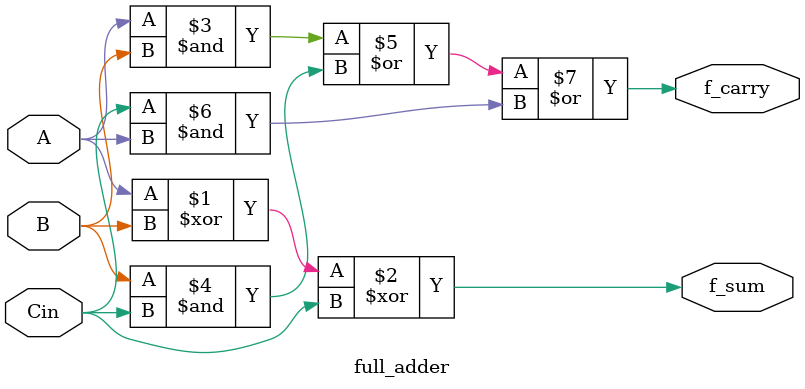
<source format=v>
module full_adder(
    input  wire A,
    input  wire B,
    input  wire Cin,
    output wire f_sum,
    output wire f_carry
);

assign f_sum    = A ^ B ^ Cin;
assign f_carry  = (A & B) | (B & Cin) | (Cin & A);

endmodule
</source>
